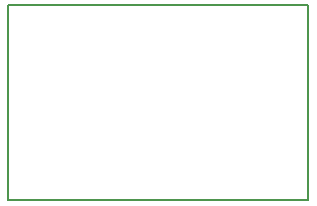
<source format=gbr>
G04 #@! TF.FileFunction,Profile,NP*
%FSLAX46Y46*%
G04 Gerber Fmt 4.6, Leading zero omitted, Abs format (unit mm)*
G04 Created by KiCad (PCBNEW 4.0.7) date 11/05/20 13:11:54*
%MOMM*%
%LPD*%
G01*
G04 APERTURE LIST*
%ADD10C,0.100000*%
%ADD11C,0.150000*%
G04 APERTURE END LIST*
D10*
D11*
X144780000Y-115570000D02*
X144780000Y-99060000D01*
X170180000Y-115570000D02*
X144780000Y-115570000D01*
X170180000Y-99060000D02*
X170180000Y-115570000D01*
X144780000Y-99060000D02*
X170180000Y-99060000D01*
M02*

</source>
